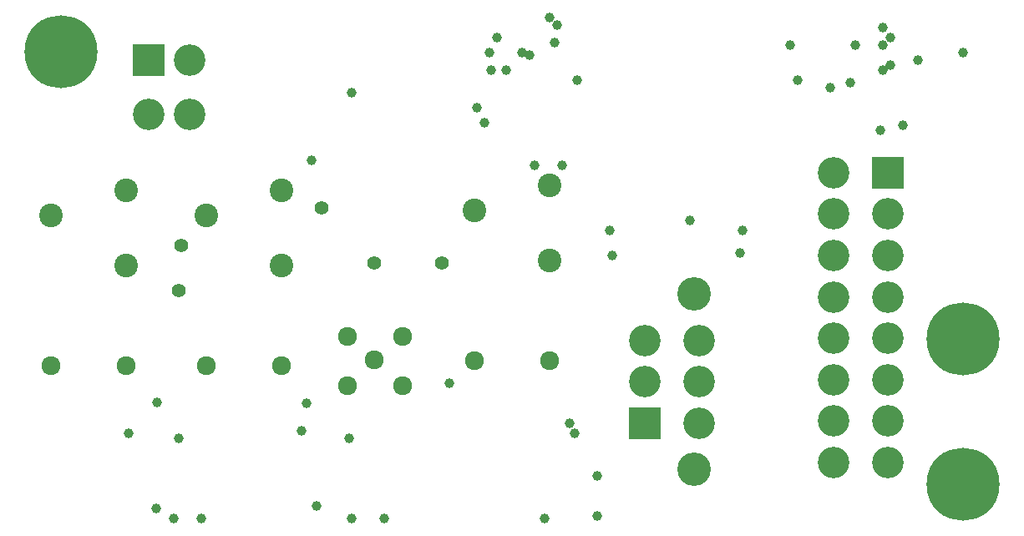
<source format=gbs>
G04 #@! TF.FileFunction,Soldermask,Bot*
%FSLAX46Y46*%
G04 Gerber Fmt 4.6, Leading zero omitted, Abs format (unit mm)*
G04 Created by KiCad (PCBNEW 4.0.7) date 07/22/18 16:04:12*
%MOMM*%
%LPD*%
G01*
G04 APERTURE LIST*
%ADD10C,0.100000*%
%ADD11C,1.924000*%
%ADD12R,3.200000X3.200000*%
%ADD13C,3.200000*%
%ADD14C,3.400000*%
%ADD15C,1.920000*%
%ADD16C,2.400000*%
%ADD17C,7.400000*%
%ADD18C,1.200000*%
%ADD19C,1.000000*%
%ADD20C,1.400000*%
G04 APERTURE END LIST*
D10*
D11*
X158590000Y-105802000D03*
X161290000Y-108102000D03*
X164190000Y-105802000D03*
X164190000Y-110802000D03*
X158590000Y-110802000D03*
D12*
X138430000Y-77724000D03*
D13*
X142630000Y-77724000D03*
X138430000Y-83224000D03*
X142630000Y-83224000D03*
D12*
X188722000Y-114554000D03*
D13*
X188722000Y-110354000D03*
X188722000Y-106154000D03*
X194222000Y-114554000D03*
X194222000Y-110354000D03*
X194222000Y-106154000D03*
D14*
X193762000Y-119254000D03*
X193762000Y-101454000D03*
D12*
X213360000Y-89154000D03*
D13*
X213360000Y-93354000D03*
X213360000Y-97554000D03*
X213360000Y-101754000D03*
X213360000Y-105954000D03*
X213360000Y-110154000D03*
X213360000Y-114354000D03*
X213360000Y-118554000D03*
X207860000Y-89154000D03*
X207860000Y-93354000D03*
X207860000Y-97554000D03*
X207860000Y-101754000D03*
X207860000Y-105954000D03*
X207860000Y-110154000D03*
X207860000Y-114354000D03*
X207860000Y-118554000D03*
D15*
X136144000Y-108712000D03*
D16*
X136144000Y-98552000D03*
X136144000Y-90932000D03*
X128524000Y-93472000D03*
D15*
X128524000Y-108712000D03*
X151892000Y-108712000D03*
D16*
X151892000Y-98552000D03*
X151892000Y-90932000D03*
X144272000Y-93472000D03*
D15*
X144272000Y-108712000D03*
X179070000Y-108204000D03*
D16*
X179070000Y-98044000D03*
X179070000Y-90424000D03*
X171450000Y-92964000D03*
D15*
X171450000Y-108204000D03*
D17*
X220980000Y-120747690D03*
D18*
X223605000Y-120747690D03*
X222836155Y-122603845D03*
X220980000Y-123372690D03*
X219123845Y-122603845D03*
X218355000Y-120747690D03*
X219123845Y-118891535D03*
X220980000Y-118122690D03*
X222836155Y-118891535D03*
D17*
X220980000Y-105996155D03*
D18*
X223605000Y-105996155D03*
X222836155Y-107852310D03*
X220980000Y-108621155D03*
X219123845Y-107852310D03*
X218355000Y-105996155D03*
X219123845Y-104140000D03*
X220980000Y-103371155D03*
X222836155Y-104140000D03*
D17*
X129540000Y-76883845D03*
D18*
X132165000Y-76883845D03*
X131396155Y-78740000D03*
X129540000Y-79508845D03*
X127683845Y-78740000D03*
X126915000Y-76883845D03*
X127683845Y-75027690D03*
X129540000Y-74258845D03*
X131396155Y-75027690D03*
D19*
X139325000Y-112425000D03*
X207518000Y-80518000D03*
X210058000Y-76200000D03*
X183896000Y-119888000D03*
X181102000Y-114554000D03*
X181610000Y-115570000D03*
X168910000Y-110490000D03*
X154432000Y-112522000D03*
X158750000Y-116078000D03*
X153924000Y-115316000D03*
X155448000Y-122936000D03*
X139192000Y-123190000D03*
X141478000Y-116078000D03*
X136398000Y-115570000D03*
X216408000Y-77724000D03*
X193294000Y-93980000D03*
X198628000Y-94996000D03*
X198374000Y-97282000D03*
X209550000Y-80010000D03*
X220980000Y-76962000D03*
X212852000Y-74422000D03*
X177038000Y-77216000D03*
X181864000Y-79756000D03*
X172466000Y-84074000D03*
X171704000Y-82550000D03*
X154940000Y-87884000D03*
X159004000Y-81026000D03*
D20*
X155956000Y-92710000D03*
D19*
X143764000Y-124206000D03*
X140970000Y-124206000D03*
X183896000Y-123952000D03*
X178562000Y-124206000D03*
X162306000Y-124206000D03*
X159004000Y-124206000D03*
D20*
X141478000Y-101092000D03*
X141732000Y-96520000D03*
D19*
X173168000Y-78734000D03*
X174718000Y-78759000D03*
X177546000Y-88392000D03*
X180340000Y-88392000D03*
X185166000Y-94996000D03*
X185420000Y-97536000D03*
X203454000Y-76200000D03*
X204216000Y-79756000D03*
X179070000Y-73406000D03*
X172974000Y-76962000D03*
X179578000Y-75946000D03*
X176276000Y-76962000D03*
X179832000Y-74168000D03*
X173736000Y-75438000D03*
D20*
X168148000Y-98298000D03*
X161290000Y-98298000D03*
D19*
X213614000Y-78232000D03*
X213614000Y-75438000D03*
X212852000Y-76200000D03*
X212852000Y-78740000D03*
X212598000Y-84836000D03*
X214884000Y-84328000D03*
M02*

</source>
